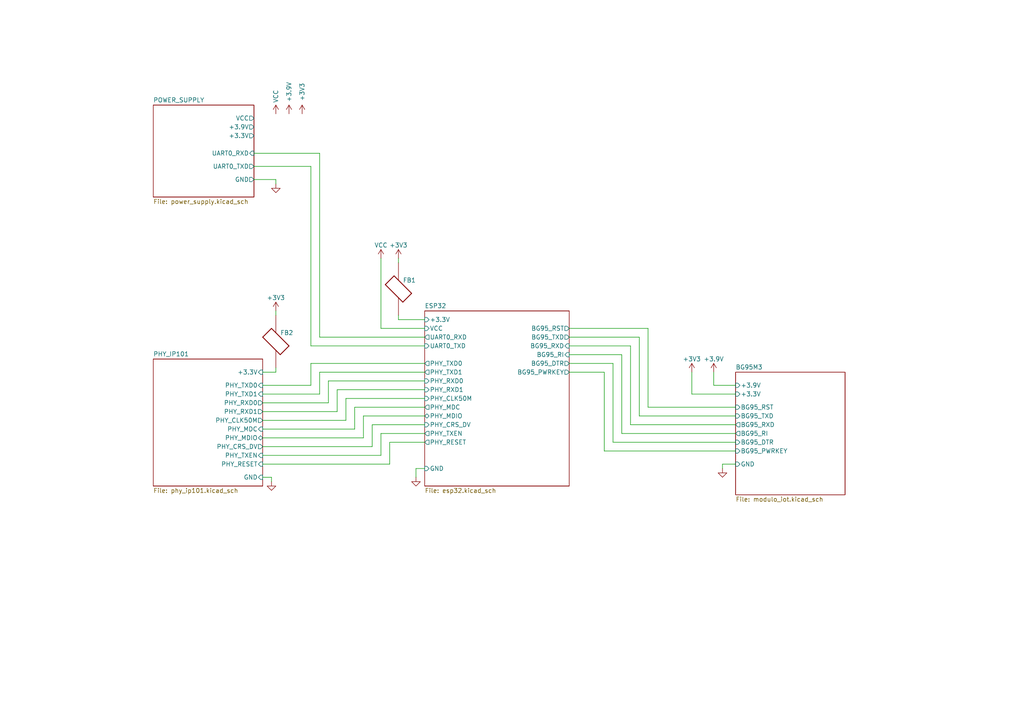
<source format=kicad_sch>
(kicad_sch (version 20211123) (generator eeschema)
  (paper "A4")
  (title_block (title "Módulo Espressif") (date "2022-06-24") (rev "0.0.0") (company "Magalhaes") (comment 1 "Author: Alexandre Magalhães") (comment 2 "Variant 1: Full"))
  (lib_symbols
    (symbol "Alexandre_Library:MPZ2012S102AT000" (pin_numbers hide) (pin_names (offset 1.016) hide)
      (property "Reference" "FB" (at -7.62 5.08 0))
      (property "Value" "MPZ2012S102AT000" (at -7.62 -7.62 0))
      (symbol "MPZ2012S102AT000_0_0"
        (polyline (pts (xy -3.81 -1.27) (xy -1.27 -3.81)) (stroke (width 0.254)))
        (polyline (pts (xy -1.27 -3.81) (xy 3.81 1.27)) (stroke (width 0.254)))
        (polyline (pts (xy 1.27 3.81) (xy -3.81 -1.27)) (stroke (width 0.254)))
        (polyline (pts (xy 3.81 1.27) (xy 1.27 3.81)) (stroke (width 0.254)))
        (pin passive line (at -7.62 0 0) (length 5.08) (name "~") (number "1"))
        (pin passive line (at 7.62 0 180) (length 5.08) (name "~") (number "2"))
      )
    )
    (symbol "Alexandre_Library:Power" (pin_names (offset 0))
      (property "Reference" "#PWR" (at 3.81 -2.54 0))
      (property "Value" "Power" (at 0 3.556 0))
      (symbol "Power_0_1"
        (polyline (pts (xy -0.762 1.27) (xy 0 2.54)))
        (polyline (pts (xy 0 0) (xy 0 2.54)))
        (polyline (pts (xy 0 2.54) (xy 0.762 1.27)))
      )
      (symbol "Power_1_1"
        (pin power_in line (at 0 0 180) (length 0) hide (name "") (number "1"))
      )
    )
    (symbol "power:+3.3V" (power) (pin_names (offset 0))
      (property "Value" "+3.3V" (at 0 3.556 0))
      (symbol "+3.3V_0_1"
        (polyline (pts (xy -0.762 1.27) (xy 0 2.54)))
        (polyline (pts (xy 0 0) (xy 0 2.54)))
        (polyline (pts (xy 0 2.54) (xy 0.762 1.27)))
      )
      (symbol "+3.3V_1_1"
        (pin power_in line (at 0 0 90) (length 0) hide (name "+3V3") (number "1"))
      )
    )
    (symbol "power:GND" (power) (pin_names (offset 0))
      (property "Value" "GND" (at 0 -3.81 0))
      (symbol "GND_0_1"
        (polyline (pts (xy 0 0) (xy 0 -1.27) (xy 1.27 -1.27) (xy 0 -2.54) (xy -1.27 -1.27) (xy 0 -1.27)))
      )
      (symbol "GND_1_1"
        (pin power_in line (at 0 0 270) (length 0) hide (name "GND") (number "1"))
      )
    )
  )
  (wire (pts (xy 200.66 114.3) (xy 213.36 114.3)))
  (wire (pts (xy 213.36 120.65) (xy 185.42 120.65)))
  (wire (pts (xy 185.42 97.79) (xy 185.42 120.65)))
  (wire (pts (xy 97.79 119.38) (xy 97.79 113.03)))
  (wire (pts (xy 207.01 107.95) (xy 207.01 111.76)))
  (wire (pts (xy 80.01 107.95) (xy 76.2 107.95)))
  (wire (pts (xy 76.2 114.3) (xy 92.71 114.3)))
  (wire (pts (xy 97.79 113.03) (xy 123.19 113.03)))
  (wire (pts (xy 180.34 102.87) (xy 180.34 125.73)))
  (wire (pts (xy 113.03 128.27) (xy 113.03 134.62)))
  (wire (pts (xy 80.01 106.68) (xy 80.01 107.95)))
  (wire (pts (xy 110.49 74.93) (xy 110.49 95.25)))
  (wire (pts (xy 76.2 124.46) (xy 102.87 124.46)))
  (wire (pts (xy 78.74 138.43) (xy 78.74 139.7)))
  (wire (pts (xy 80.01 52.07) (xy 80.01 53.34)))
  (wire (pts (xy 207.01 111.76) (xy 213.36 111.76)))
  (wire (pts (xy 209.55 134.62) (xy 213.36 134.62)))
  (wire (pts (xy 90.17 48.26) (xy 90.17 100.33)))
  (wire (pts (xy 95.25 116.84) (xy 95.25 110.49)))
  (wire (pts (xy 80.01 90.17) (xy 80.01 91.44)))
  (wire (pts (xy 105.41 120.65) (xy 123.19 120.65)))
  (wire (pts (xy 123.19 128.27) (xy 113.03 128.27)))
  (wire (pts (xy 107.95 129.54) (xy 107.95 123.19)))
  (wire (pts (xy 76.2 119.38) (xy 97.79 119.38)))
  (wire (pts (xy 187.96 95.25) (xy 187.96 118.11)))
  (wire (pts (xy 92.71 44.45) (xy 92.71 97.79)))
  (wire (pts (xy 165.1 102.87) (xy 180.34 102.87)))
  (wire (pts (xy 165.1 107.95) (xy 175.26 107.95)))
  (wire (pts (xy 110.49 95.25) (xy 123.19 95.25)))
  (wire (pts (xy 100.33 115.57) (xy 123.19 115.57)))
  (wire (pts (xy 177.8 105.41) (xy 177.8 128.27)))
  (wire (pts (xy 120.65 135.89) (xy 120.65 138.43)))
  (wire (pts (xy 213.36 123.19) (xy 182.88 123.19)))
  (wire (pts (xy 76.2 121.92) (xy 100.33 121.92)))
  (wire (pts (xy 102.87 118.11) (xy 123.19 118.11)))
  (wire (pts (xy 213.36 130.81) (xy 175.26 130.81)))
  (wire (pts (xy 76.2 129.54) (xy 107.95 129.54)))
  (wire (pts (xy 92.71 97.79) (xy 123.19 97.79)))
  (wire (pts (xy 209.55 135.89) (xy 209.55 134.62)))
  (wire (pts (xy 213.36 128.27) (xy 177.8 128.27)))
  (wire (pts (xy 115.57 91.44) (xy 115.57 92.71)))
  (wire (pts (xy 175.26 107.95) (xy 175.26 130.81)))
  (wire (pts (xy 165.1 97.79) (xy 185.42 97.79)))
  (wire (pts (xy 115.57 92.71) (xy 123.19 92.71)))
  (wire (pts (xy 113.03 134.62) (xy 76.2 134.62)))
  (wire (pts (xy 110.49 125.73) (xy 123.19 125.73)))
  (wire (pts (xy 165.1 100.33) (xy 182.88 100.33)))
  (wire (pts (xy 73.66 52.07) (xy 80.01 52.07)))
  (wire (pts (xy 110.49 132.08) (xy 110.49 125.73)))
  (wire (pts (xy 213.36 118.11) (xy 187.96 118.11)))
  (wire (pts (xy 123.19 105.41) (xy 90.17 105.41)))
  (wire (pts (xy 180.34 125.73) (xy 213.36 125.73)))
  (wire (pts (xy 73.66 48.26) (xy 90.17 48.26)))
  (wire (pts (xy 76.2 127) (xy 105.41 127)))
  (wire (pts (xy 90.17 105.41) (xy 90.17 111.76)))
  (wire (pts (xy 92.71 114.3) (xy 92.71 107.95)))
  (wire (pts (xy 107.95 123.19) (xy 123.19 123.19)))
  (wire (pts (xy 73.66 44.45) (xy 92.71 44.45)))
  (wire (pts (xy 115.57 74.93) (xy 115.57 76.2)))
  (wire (pts (xy 105.41 120.65) (xy 105.41 127)))
  (wire (pts (xy 90.17 100.33) (xy 123.19 100.33)))
  (wire (pts (xy 165.1 95.25) (xy 187.96 95.25)))
  (wire (pts (xy 76.2 132.08) (xy 110.49 132.08)))
  (wire (pts (xy 123.19 135.89) (xy 120.65 135.89)))
  (wire (pts (xy 200.66 107.95) (xy 200.66 114.3)))
  (wire (pts (xy 165.1 105.41) (xy 177.8 105.41)))
  (wire (pts (xy 92.71 107.95) (xy 123.19 107.95)))
  (wire (pts (xy 182.88 100.33) (xy 182.88 123.19)))
  (wire (pts (xy 100.33 121.92) (xy 100.33 115.57)))
  (wire (pts (xy 102.87 124.46) (xy 102.87 118.11)))
  (wire (pts (xy 90.17 111.76) (xy 76.2 111.76)))
  (wire (pts (xy 95.25 110.49) (xy 123.19 110.49)))
  (wire (pts (xy 76.2 138.43) (xy 78.74 138.43)))
  (wire (pts (xy 76.2 116.84) (xy 95.25 116.84)))
  (symbol (lib_id "Alexandre_Library:MPZ2012S102AT000") (at 80.01 99.06 90) (unit 1)
    (property "Reference" "FB2" (at 81.28 96.52 90) (effects (justify right)))
    (property "Value" "MPZ2012S102AT000" (effects hide))
    (property "Footprint" "Alexandre_Library:BEADC2012X105N" (effects hide))
    (property "STANDARD" "IPC-7351B" (effects hide))
    (property "MAXIMUM_PACKAGE_HEIGHT" "1.05mm" (effects hide))
    (property "PARTREV" "20190423" (effects hide))
    (property "MANUFACTURER" "TDK" (effects hide))
  )
  (symbol (lib_id "Alexandre_Library:Power") (at 83.82 33.02 0) (unit 1)
    (property "Reference" "#PWR2" (effects hide))
    (property "Value" "+3.9V" (at 83.82 26.67 90))
  )
  (symbol (lib_id "Alexandre_Library:Power") (at 207.01 107.95 0) (unit 1)
    (property "Reference" "#PWR9" (effects hide))
    (property "Value" "+3.9V" (at 207.01 104.14 0))
  )
  (symbol (lib_id "Alexandre_Library:Power") (at 110.49 74.93 0) (unit 1)
    (property "Reference" "#PWR5" (effects hide))
    (property "Value" "VCC" (at 110.49 71.12 0))
  )
  (symbol (lib_id "power:GND") (at 120.65 138.43 0) (unit 1)
    (property "Reference" "#PWR011" (effects hide))
    (property "Value" "GND" (effects hide))
  )
  (symbol (lib_id "power:+3.3V") (at 115.57 74.93 0) (unit 1)
    (property "Reference" "#PWR06" (effects hide))
    (property "Value" "+3.3V" (at 115.57 71.12 0))
  )
  (symbol (lib_id "power:+3.3V") (at 80.01 90.17 0) (unit 1)
    (property "Reference" "#PWR07" (effects hide))
    (property "Value" "+3.3V" (at 80.01 86.36 0))
  )
  (symbol (lib_id "power:+3.3V") (at 200.66 107.95 0) (unit 1)
    (property "Reference" "#PWR08" (effects hide))
    (property "Value" "+3.3V" (at 200.66 104.14 0))
  )
  (symbol (lib_id "power:GND") (at 78.74 139.7 0) (unit 1)
    (property "Reference" "#PWR012" (effects hide))
    (property "Value" "GND" (effects hide))
  )
  (symbol (lib_id "power:GND") (at 80.01 53.34 0) (unit 1)
    (property "Reference" "#PWR04" (effects hide))
    (property "Value" "GND" (effects hide))
  )
  (symbol (lib_id "power:+3.3V") (at 87.63 33.02 0) (unit 1)
    (property "Reference" "#PWR03" (effects hide))
    (property "Value" "+3.3V" (at 87.63 26.67 90))
  )
  (symbol (lib_id "power:GND") (at 209.55 135.89 0) (unit 1)
    (property "Reference" "#PWR010" (effects hide))
    (property "Value" "GND" (effects hide))
  )
  (symbol (lib_id "Alexandre_Library:MPZ2012S102AT000") (at 115.57 83.82 90) (unit 1)
    (property "Reference" "FB1" (at 116.84 81.28 90) (effects (justify right)))
    (property "Value" "MPZ2012S102AT000" (effects hide))
    (property "Footprint" "Alexandre_Library:BEADC2012X105N" (effects hide))
    (property "STANDARD" "IPC-7351B" (effects hide))
    (property "MAXIMUM_PACKAGE_HEIGHT" "1.05mm" (effects hide))
    (property "PARTREV" "20190423" (effects hide))
    (property "MANUFACTURER" "TDK" (effects hide))
  )
  (symbol (lib_id "Alexandre_Library:Power") (at 80.01 33.02 0) (unit 1)
    (property "Reference" "#PWR1" (effects hide))
    (property "Value" "VCC" (at 80.01 27.94 90))
  )
  (sheet (at 44.45 30.48) (size 29.21 26.67) (stroke (width 0.1524))
    (property "Sheet name" "POWER_SUPPLY" (at 44.45 29.7684 0) (effects (justify left bottom)))
    (property "Sheet file" "power_supply.kicad_sch" (at 44.45 57.7346 0) (effects (justify left top)))
    (pin "+3.9V" output (at 73.66 36.83 0))
    (pin "+3.3V" output (at 73.66 39.37 0))
    (pin "UART0_RXD" input (at 73.66 44.45 0))
    (pin "UART0_TXD" output (at 73.66 48.26 0))
    (pin "GND" output (at 73.66 52.07 0))
    (pin "VCC" output (at 73.66 34.29 0))
  )
  (sheet (at 213.36 107.95) (size 31.75 35.56) (stroke (width 0.1524))
    (property "Sheet name" "BG95M3" (at 213.36 107.2384 0) (effects (justify left bottom)))
    (property "Sheet file" "modulo_iot.kicad_sch" (at 213.36 144.0946 0) (effects (justify left top)))
    (pin "BG95_RST" input (at 213.36 118.11 180))
    (pin "BG95_TXD" input (at 213.36 120.65 180))
    (pin "BG95_RXD" output (at 213.36 123.19 180))
    (pin "+3.9V" input (at 213.36 111.76 180))
    (pin "GND" input (at 213.36 134.62 180))
    (pin "BG95_RI" output (at 213.36 125.73 180))
    (pin "BG95_DTR" input (at 213.36 128.27 180))
    (pin "BG95_PWRKEY" input (at 213.36 130.81 180))
    (pin "+3.3V" input (at 213.36 114.3 180))
  )
  (sheet (at 44.45 104.14) (size 31.75 36.83) (stroke (width 0.1524))
    (property "Sheet name" "PHY_IP101" (at 44.45 103.4284 0) (effects (justify left bottom)))
    (property "Sheet file" "phy_ip101.kicad_sch" (at 44.45 141.5546 0) (effects (justify left top)))
    (pin "+3.3V" input (at 76.2 107.95 0))
    (pin "GND" input (at 76.2 138.43 0))
    (pin "PHY_TXD1" input (at 76.2 114.3 0))
    (pin "PHY_CRS_DV" output (at 76.2 129.54 0))
    (pin "PHY_RXD0" output (at 76.2 116.84 0))
    (pin "PHY_TXD0" input (at 76.2 111.76 0))
    (pin "PHY_RXD1" output (at 76.2 119.38 0))
    (pin "PHY_CLK50M" output (at 76.2 121.92 0))
    (pin "PHY_MDC" input (at 76.2 124.46 0))
    (pin "PHY_MDIO" bidirectional (at 76.2 127 0))
    (pin "PHY_TXEN" input (at 76.2 132.08 0))
    (pin "PHY_RESET" input (at 76.2 134.62 0))
  )
  (sheet (at 123.19 90.17) (size 41.91 50.8) (stroke (width 0.1524))
    (property "Sheet name" "ESP32" (at 123.19 89.4584 0) (effects (justify left bottom)))
    (property "Sheet file" "esp32.kicad_sch" (at 123.19 141.5546 0) (effects (justify left top)))
    (pin "BG95_RXD" input (at 165.1 100.33 0))
    (pin "BG95_TXD" output (at 165.1 97.79 0))
    (pin "BG95_RST" output (at 165.1 95.25 0))
    (pin "UART0_RXD" output (at 123.19 97.79 180))
    (pin "UART0_TXD" input (at 123.19 100.33 180))
    (pin "+3.3V" input (at 123.19 92.71 180))
    (pin "GND" input (at 123.19 135.89 180))
    (pin "PHY_TXEN" output (at 123.19 125.73 180))
    (pin "PHY_MDIO" bidirectional (at 123.19 120.65 180))
    (pin "PHY_CRS_DV" input (at 123.19 123.19 180))
    (pin "PHY_CLK50M" input (at 123.19 115.57 180))
    (pin "PHY_RXD1" input (at 123.19 113.03 180))
    (pin "PHY_MDC" output (at 123.19 118.11 180))
    (pin "PHY_RXD0" input (at 123.19 110.49 180))
    (pin "PHY_TXD0" output (at 123.19 105.41 180))
    (pin "PHY_TXD1" output (at 123.19 107.95 180))
    (pin "BG95_DTR" output (at 165.1 105.41 0))
    (pin "BG95_RI" input (at 165.1 102.87 0))
    (pin "BG95_PWRKEY" output (at 165.1 107.95 0))
    (pin "VCC" input (at 123.19 95.25 180))
    (pin "PHY_RESET" output (at 123.19 128.27 180))
  )
)
</source>
